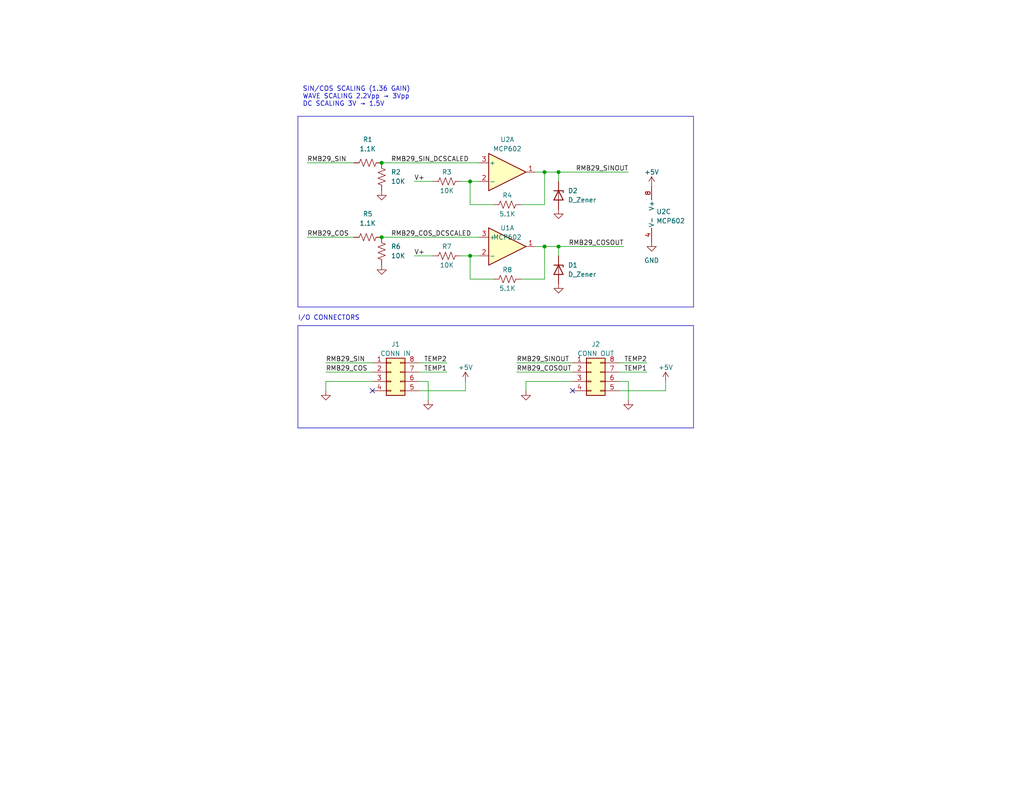
<source format=kicad_sch>
(kicad_sch (version 20231120) (generator "eeschema") (generator_version "8.0")
  (paper "USLetter")
  (title_block (title "RMB29 Adapter Board") (date "2023-03-21") (rev "A") (company "Autonomous Motorsports Purdue"))
  (lib_symbols
    (symbol "Amplifier_Operational:MCP602" (pin_names (offset 0.127))
      (property "Reference" "U" (at 0 5.08 0))
      (property "Value" "MCP602" (at 0 -5.08 0))
      (symbol "MCP602_1_1"
        (polyline (pts (xy -5.08 5.08) (xy 5.08 0) (xy -5.08 -5.08) (xy -5.08 5.08)) (stroke (width 0.254)) (fill (type background)))
        (pin output line (at 7.62 0 180) (length 2.54) (name "~") (number "1"))
        (pin input line (at -7.62 -2.54 0) (length 2.54) (name "-") (number "2"))
        (pin input line (at -7.62 2.54 0) (length 2.54) (name "+") (number "3"))
      )
      (symbol "MCP602_2_1"
        (polyline (pts (xy -5.08 5.08) (xy 5.08 0) (xy -5.08 -5.08) (xy -5.08 5.08)) (stroke (width 0.254)) (fill (type background)))
        (pin input line (at -7.62 2.54 0) (length 2.54) (name "+") (number "5"))
        (pin input line (at -7.62 -2.54 0) (length 2.54) (name "-") (number "6"))
        (pin output line (at 7.62 0 180) (length 2.54) (name "~") (number "7"))
      )
      (symbol "MCP602_3_1"
        (pin power_in line (at -2.54 -7.62 90) (length 3.81) (name "V-") (number "4"))
        (pin power_in line (at -2.54 7.62 270) (length 3.81) (name "V+") (number "8"))
      )
    )
    (symbol "Connector_Generic:Conn_02x04_Counter_Clockwise" (pin_names (offset 1.016) hide)
      (property "Reference" "J" (at 1.27 5.08 0))
      (property "Value" "Conn_02x04_Counter_Clockwise" (at 1.27 -7.62 0))
      (symbol "Conn_02x04_Counter_Clockwise_1_1"
        (rectangle (start -1.27 -4.953) (end 0 -5.207) (stroke (width 0.1524)))
        (rectangle (start -1.27 -2.413) (end 0 -2.667) (stroke (width 0.1524)))
        (rectangle (start -1.27 0.127) (end 0 -0.127) (stroke (width 0.1524)))
        (rectangle (start -1.27 2.667) (end 0 2.413) (stroke (width 0.1524)))
        (rectangle (start -1.27 3.81) (end 3.81 -6.35) (stroke (width 0.254)) (fill (type background)))
        (rectangle (start 3.81 -4.953) (end 2.54 -5.207) (stroke (width 0.1524)))
        (rectangle (start 3.81 -2.413) (end 2.54 -2.667) (stroke (width 0.1524)))
        (rectangle (start 3.81 0.127) (end 2.54 -0.127) (stroke (width 0.1524)))
        (rectangle (start 3.81 2.667) (end 2.54 2.413) (stroke (width 0.1524)))
        (pin passive line (at -5.08 2.54 0) (length 3.81) (name "Pin_1") (number "1"))
        (pin passive line (at -5.08 0 0) (length 3.81) (name "Pin_2") (number "2"))
        (pin passive line (at -5.08 -2.54 0) (length 3.81) (name "Pin_3") (number "3"))
        (pin passive line (at -5.08 -5.08 0) (length 3.81) (name "Pin_4") (number "4"))
        (pin passive line (at 7.62 -5.08 180) (length 3.81) (name "Pin_5") (number "5"))
        (pin passive line (at 7.62 -2.54 180) (length 3.81) (name "Pin_6") (number "6"))
        (pin passive line (at 7.62 0 180) (length 3.81) (name "Pin_7") (number "7"))
        (pin passive line (at 7.62 2.54 180) (length 3.81) (name "Pin_8") (number "8"))
      )
    )
    (symbol "Device:D_Zener" (pin_numbers hide) (pin_names (offset 1.016) hide)
      (property "Reference" "D" (at 0 2.54 0))
      (property "Value" "D_Zener" (at 0 -2.54 0))
      (symbol "D_Zener_0_1"
        (polyline (pts (xy 1.27 0) (xy -1.27 0)))
        (polyline (pts (xy -1.27 -1.27) (xy -1.27 1.27) (xy -0.762 1.27)) (stroke (width 0.254)))
        (polyline (pts (xy 1.27 -1.27) (xy 1.27 1.27) (xy -1.27 0) (xy 1.27 -1.27)) (stroke (width 0.254)))
      )
      (symbol "D_Zener_1_1"
        (pin passive line (at -3.81 0 0) (length 2.54) (name "K") (number "1"))
        (pin passive line (at 3.81 0 180) (length 2.54) (name "A") (number "2"))
      )
    )
    (symbol "Device:R_US" (pin_numbers hide) (pin_names (offset 0))
      (property "Reference" "R" (at 2.54 0 90))
      (property "Value" "R_US" (at -2.54 0 90))
      (symbol "R_US_0_1"
        (polyline (pts (xy 0 -2.286) (xy 0 -2.54)))
        (polyline (pts (xy 0 2.286) (xy 0 2.54)))
        (polyline (pts (xy 0 -0.762) (xy 1.016 -1.143) (xy 0 -1.524) (xy -1.016 -1.905) (xy 0 -2.286)))
        (polyline (pts (xy 0 0.762) (xy 1.016 0.381) (xy 0 0) (xy -1.016 -0.381) (xy 0 -0.762)))
        (polyline (pts (xy 0 2.286) (xy 1.016 1.905) (xy 0 1.524) (xy -1.016 1.143) (xy 0 0.762)))
      )
      (symbol "R_US_1_1"
        (pin passive line (at 0 3.81 270) (length 1.27) (name "~") (number "1"))
        (pin passive line (at 0 -3.81 90) (length 1.27) (name "~") (number "2"))
      )
    )
    (symbol "power:+5V" (power) (pin_names (offset 0))
      (property "Value" "+5V" (at 0 3.556 0))
      (symbol "+5V_0_1"
        (polyline (pts (xy -0.762 1.27) (xy 0 2.54)))
        (polyline (pts (xy 0 0) (xy 0 2.54)))
        (polyline (pts (xy 0 2.54) (xy 0.762 1.27)))
      )
      (symbol "+5V_1_1"
        (pin power_in line (at 0 0 90) (length 0) hide (name "+5V") (number "1"))
      )
    )
    (symbol "power:GND" (power) (pin_names (offset 0))
      (property "Value" "GND" (at 0 -3.81 0))
      (symbol "GND_0_1"
        (polyline (pts (xy 0 0) (xy 0 -1.27) (xy 1.27 -1.27) (xy 0 -2.54) (xy -1.27 -1.27) (xy 0 -1.27)))
      )
      (symbol "GND_1_1"
        (pin power_in line (at 0 0 270) (length 0) hide (name "GND") (number "1"))
      )
    )
  )
  (junction (at 148.59 67.31))
  (junction (at 148.59 46.99))
  (junction (at 104.14 44.45))
  (junction (at 152.4 67.31))
  (junction (at 104.14 64.77))
  (junction (at 152.4 46.99))
  (junction (at 128.27 69.85))
  (junction (at 128.27 49.53))
  (no_connect (at 101.6 106.68))
  (no_connect (at 156.21 106.68))
  (wire (pts (xy 114.3 101.6) (xy 121.92 101.6)))
  (wire (pts (xy 101.6 104.14) (xy 88.9 104.14)))
  (wire (pts (xy 125.73 49.53) (xy 128.27 49.53)))
  (polyline (pts (xy 81.28 88.9) (xy 81.28 116.84)))
  (wire (pts (xy 128.27 76.2) (xy 128.27 69.85)))
  (wire (pts (xy 83.82 44.45) (xy 96.52 44.45)))
  (wire (pts (xy 88.9 101.6) (xy 101.6 101.6)))
  (polyline (pts (xy 189.23 83.82) (xy 81.28 83.82)))
  (wire (pts (xy 152.4 67.31) (xy 170.18 67.31)))
  (wire (pts (xy 152.4 67.31) (xy 152.4 69.85)))
  (wire (pts (xy 127 106.68) (xy 114.3 106.68)))
  (wire (pts (xy 171.45 109.22) (xy 171.45 104.14)))
  (polyline (pts (xy 189.23 31.75) (xy 189.23 83.82)))
  (wire (pts (xy 113.03 49.53) (xy 118.11 49.53)))
  (wire (pts (xy 128.27 55.88) (xy 128.27 49.53)))
  (wire (pts (xy 152.4 46.99) (xy 152.4 49.53)))
  (wire (pts (xy 143.51 104.14) (xy 143.51 106.68)))
  (wire (pts (xy 134.62 55.88) (xy 128.27 55.88)))
  (wire (pts (xy 104.14 44.45) (xy 130.81 44.45)))
  (wire (pts (xy 171.45 104.14) (xy 168.91 104.14)))
  (polyline (pts (xy 81.28 88.9) (xy 189.23 88.9)))
  (wire (pts (xy 88.9 99.06) (xy 101.6 99.06)))
  (wire (pts (xy 148.59 67.31) (xy 152.4 67.31)))
  (wire (pts (xy 83.82 64.77) (xy 96.52 64.77)))
  (wire (pts (xy 146.05 46.99) (xy 148.59 46.99)))
  (wire (pts (xy 116.84 109.22) (xy 116.84 104.14)))
  (wire (pts (xy 140.97 101.6) (xy 156.21 101.6)))
  (wire (pts (xy 104.14 64.77) (xy 130.81 64.77)))
  (wire (pts (xy 156.21 104.14) (xy 143.51 104.14)))
  (wire (pts (xy 152.4 46.99) (xy 171.45 46.99)))
  (wire (pts (xy 125.73 69.85) (xy 128.27 69.85)))
  (wire (pts (xy 128.27 49.53) (xy 130.81 49.53)))
  (polyline (pts (xy 189.23 88.9) (xy 189.23 116.84)))
  (wire (pts (xy 148.59 55.88) (xy 148.59 46.99)))
  (wire (pts (xy 114.3 99.06) (xy 121.92 99.06)))
  (wire (pts (xy 168.91 99.06) (xy 176.53 99.06)))
  (polyline (pts (xy 81.28 31.75) (xy 189.23 31.75)))
  (wire (pts (xy 140.97 99.06) (xy 156.21 99.06)))
  (wire (pts (xy 168.91 101.6) (xy 176.53 101.6)))
  (wire (pts (xy 134.62 76.2) (xy 128.27 76.2)))
  (wire (pts (xy 181.61 106.68) (xy 168.91 106.68)))
  (wire (pts (xy 113.03 69.85) (xy 118.11 69.85)))
  (wire (pts (xy 128.27 69.85) (xy 130.81 69.85)))
  (wire (pts (xy 148.59 46.99) (xy 152.4 46.99)))
  (wire (pts (xy 142.24 55.88) (xy 148.59 55.88)))
  (wire (pts (xy 181.61 104.14) (xy 181.61 106.68)))
  (wire (pts (xy 148.59 76.2) (xy 148.59 67.31)))
  (wire (pts (xy 148.59 67.31) (xy 146.05 67.31)))
  (wire (pts (xy 142.24 76.2) (xy 148.59 76.2)))
  (polyline (pts (xy 189.23 116.84) (xy 81.28 116.84)))
  (wire (pts (xy 116.84 104.14) (xy 114.3 104.14)))
  (wire (pts (xy 127 104.14) (xy 127 106.68)))
  (wire (pts (xy 88.9 104.14) (xy 88.9 106.68)))
  (polyline (pts (xy 81.28 31.75) (xy 81.28 83.82)))
  (text "SIN/COS SCALING (1.36 GAIN)\nWAVE SCALING 2.2Vpp → 3Vpp\nDC SCALING 3V → 1.5V" (at 82.55 29.21 0) (effects (font (size 1.27 1.27)) (justify left bottom)))
  (text "I/O CONNECTORS" (at 81.28 87.63 0) (effects (font (size 1.27 1.27)) (justify left bottom)))
  (label "TEMP1" (at 176.53 101.6 180))
  (label "RMB29_COS" (at 83.82 64.77 0))
  (label "RMB29_COS" (at 88.9 101.6 0))
  (label "RMB29_COSOUT" (at 140.97 101.6 0))
  (label "RMB29_SIN" (at 88.9 99.06 0))
  (label "RMB29_SINOUT" (at 171.45 46.99 180))
  (label "TEMP2" (at 121.92 99.06 180))
  (label "RMB29_SIN_DCSCALED" (at 106.68 44.45 0))
  (label "TEMP1" (at 121.92 101.6 180))
  (label "RMB29_COSOUT" (at 170.18 67.31 180))
  (label "RMB29_SINOUT" (at 140.97 99.06 0))
  (label "RMB29_SIN" (at 83.82 44.45 0))
  (label "TEMP2" (at 176.53 99.06 180))
  (label "V+" (at 113.03 69.85 0))
  (label "RMB29_COS_DCSCALED" (at 106.68 64.77 0))
  (label "V+" (at 113.03 49.53 0))
  (symbol (lib_id "Device:R_US") (at 138.43 76.2 90) (unit 1)
    (property "Reference" "R8" (at 138.43 73.66 90))
    (property "Value" "5.1K" (at 138.43 78.74 90))
    (property "Footprint" "Resistor_SMD:R_0805_2012Metric_Pad1.20x1.40mm_HandSolder" (effects (hide yes)))
  )
  (symbol (lib_id "Device:R_US") (at 121.92 49.53 90) (unit 1)
    (property "Reference" "R3" (at 121.92 46.99 90))
    (property "Value" "10K" (at 121.92 52.07 90))
    (property "Footprint" "Resistor_SMD:R_0805_2012Metric_Pad1.20x1.40mm_HandSolder" (effects (hide yes)))
  )
  (symbol (lib_id "Connector_Generic:Conn_02x04_Counter_Clockwise") (at 161.29 101.6 0) (unit 1)
    (property "Reference" "J2" (at 162.56 93.98 0))
    (property "Value" "CONN OUT" (at 162.56 96.52 0))
    (property "Footprint" "Connector_JST:JST_PH_B8B-PH-K_1x08_P2.00mm_Vertical" (effects (hide yes)))
  )
  (symbol (lib_id "power:+5V") (at 181.61 104.14 0) (unit 1)
    (property "Reference" "#PWR012" (effects (hide yes)))
    (property "Value" "+5V" (at 181.61 100.33 0))
  )
  (symbol (lib_id "power:GND") (at 104.14 52.07 0) (unit 1)
    (property "Reference" "#PWR02" (effects (hide yes)))
    (property "Value" "GND" (effects (hide yes)))
  )
  (symbol (lib_id "Device:R_US") (at 104.14 48.26 0) (unit 1)
    (property "Reference" "R2" (at 106.68 46.99 0) (effects (justify left)))
    (property "Value" "10K" (at 106.68 49.53 0) (effects (justify left)))
    (property "Footprint" "Resistor_SMD:R_0805_2012Metric_Pad1.20x1.40mm_HandSolder" (effects (hide yes)))
  )
  (symbol (lib_id "power:GND") (at 88.9 106.68 0) (unit 1)
    (property "Reference" "#PWR07" (effects (hide yes)))
    (property "Value" "GND" (effects (hide yes)))
  )
  (symbol (lib_id "power:GND") (at 152.4 77.47 0) (unit 1)
    (property "Reference" "#PWR06" (effects (hide yes)))
    (property "Value" "GND" (effects (hide yes)))
  )
  (symbol (lib_id "Amplifier_Operational:MCP602") (at 138.43 46.99 0) (unit 1)
    (property "Reference" "U2" (at 138.43 38.1 0))
    (property "Value" "MCP602" (at 138.43 40.64 0))
    (property "Footprint" "MCP6002:PDIP8_300MC_MCH" (effects (hide yes)))
    (property "Datasheet" "http://ww1.microchip.com/downloads/en/DeviceDoc/21314g.pdf" (effects (hide yes)))
  )
  (symbol (lib_id "Connector_Generic:Conn_02x04_Counter_Clockwise") (at 106.68 101.6 0) (unit 1)
    (property "Reference" "J1" (at 107.95 93.98 0))
    (property "Value" "CONN IN" (at 107.95 96.52 0))
    (property "Footprint" "Connector_Molex:Molex_Mini-Fit_Jr_5566-08A_2x04_P4.20mm_Vertical" (effects (hide yes)))
  )
  (symbol (lib_id "power:+5V") (at 177.8 50.8 0) (unit 1)
    (property "Reference" "#PWR03" (effects (hide yes)))
    (property "Value" "+5V" (at 177.8 46.99 0))
  )
  (symbol (lib_id "Device:R_US") (at 138.43 55.88 90) (unit 1)
    (property "Reference" "R4" (at 138.43 53.34 90))
    (property "Value" "5.1K" (at 138.43 58.42 90))
    (property "Footprint" "Resistor_SMD:R_0805_2012Metric_Pad1.20x1.40mm_HandSolder" (effects (hide yes)))
  )
  (symbol (lib_id "power:GND") (at 177.8 66.04 0) (unit 1)
    (property "Reference" "#PWR04" (effects (hide yes)))
    (property "Value" "GND" (at 177.8 71.12 0))
  )
  (symbol (lib_id "power:GND") (at 116.84 109.22 0) (unit 1)
    (property "Reference" "#PWR08" (effects (hide yes)))
    (property "Value" "GND" (effects (hide yes)))
  )
  (symbol (lib_id "Device:R_US") (at 121.92 69.85 90) (unit 1)
    (property "Reference" "R7" (at 121.92 67.31 90))
    (property "Value" "10K" (at 121.92 72.39 90))
    (property "Footprint" "Resistor_SMD:R_0805_2012Metric_Pad1.20x1.40mm_HandSolder" (effects (hide yes)))
  )
  (symbol (lib_id "Device:R_US") (at 100.33 44.45 90) (unit 1)
    (property "Reference" "R1" (at 100.33 38.1 90))
    (property "Value" "1.1K" (at 100.33 40.64 90))
    (property "Footprint" "Resistor_SMD:R_0805_2012Metric_Pad1.20x1.40mm_HandSolder" (effects (hide yes)))
  )
  (symbol (lib_id "Device:D_Zener") (at 152.4 73.66 270) (unit 1)
    (property "Reference" "D1" (at 154.94 72.39 90) (effects (justify left)))
    (property "Value" "D_Zener" (at 154.94 74.93 90) (effects (justify left)))
    (property "Footprint" "MMSZener (3.3V):SOD123_DIO" (effects (hide yes)))
  )
  (symbol (lib_id "power:+5V") (at 127 104.14 0) (unit 1)
    (property "Reference" "#PWR09" (effects (hide yes)))
    (property "Value" "+5V" (at 127 100.33 0))
  )
  (symbol (lib_id "Device:R_US") (at 100.33 64.77 90) (unit 1)
    (property "Reference" "R5" (at 100.33 58.42 90))
    (property "Value" "1.1K" (at 100.33 60.96 90))
    (property "Footprint" "Resistor_SMD:R_0805_2012Metric_Pad1.20x1.40mm_HandSolder" (effects (hide yes)))
  )
  (symbol (lib_id "Amplifier_Operational:MCP602") (at 138.43 67.31 0) (unit 1)
    (property "Reference" "U1" (at 138.43 62.23 0))
    (property "Value" "MCP602" (at 138.43 64.77 0))
    (property "Footprint" "MCP6002:PDIP8_300MC_MCH" (effects (hide yes)))
    (property "Datasheet" "http://ww1.microchip.com/downloads/en/DeviceDoc/21314g.pdf" (effects (hide yes)))
  )
  (symbol (lib_id "power:GND") (at 143.51 106.68 0) (unit 1)
    (property "Reference" "#PWR010" (effects (hide yes)))
    (property "Value" "GND" (effects (hide yes)))
  )
  (symbol (lib_id "Amplifier_Operational:MCP602") (at 180.34 58.42 0) (unit 3)
    (property "Reference" "U2" (at 179.07 57.785 0) (effects (justify left)))
    (property "Value" "MCP602" (at 179.07 60.325 0) (effects (justify left)))
    (property "Footprint" "MCP6002:PDIP8_300MC_MCH" (effects (hide yes)))
    (property "Datasheet" "http://ww1.microchip.com/downloads/en/DeviceDoc/21314g.pdf" (effects (hide yes)))
  )
  (symbol (lib_id "Device:R_US") (at 104.14 68.58 0) (unit 1)
    (property "Reference" "R6" (at 106.68 67.31 0) (effects (justify left)))
    (property "Value" "10K" (at 106.68 69.85 0) (effects (justify left)))
    (property "Footprint" "Resistor_SMD:R_0805_2012Metric_Pad1.20x1.40mm_HandSolder" (effects (hide yes)))
  )
  (symbol (lib_id "power:GND") (at 171.45 109.22 0) (unit 1)
    (property "Reference" "#PWR011" (effects (hide yes)))
    (property "Value" "GND" (effects (hide yes)))
  )
  (symbol (lib_id "Device:D_Zener") (at 152.4 53.34 270) (unit 1)
    (property "Reference" "D2" (at 154.94 52.07 90) (effects (justify left)))
    (property "Value" "D_Zener" (at 154.94 54.61 90) (effects (justify left)))
    (property "Footprint" "MMSZener (3.3V):SOD123_DIO" (effects (hide yes)))
  )
  (symbol (lib_id "power:GND") (at 152.4 57.15 0) (unit 1)
    (property "Reference" "#PWR05" (effects (hide yes)))
    (property "Value" "GND" (effects (hide yes)))
  )
  (symbol (lib_id "power:GND") (at 104.14 72.39 0) (unit 1)
    (property "Reference" "#PWR01" (effects (hide yes)))
    (property "Value" "GND" (effects (hide yes)))
  )
)
</source>
